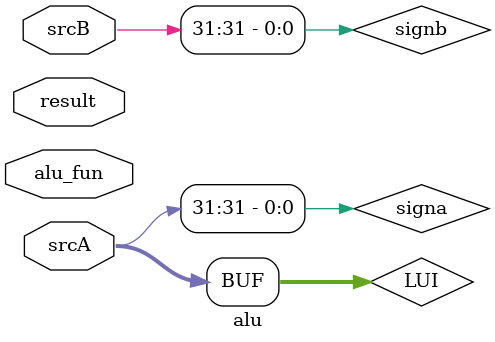
<source format=v>
`timescale 1ns / 1ps

module alu(
    input [31:0] srcA,
    input [31:0] srcB,
    input [3:0] alu_fun,
    input [31:0] result
    );
    
    //Set up internal wiring
    wire [31:0] ADD, SUB, OR, AND, XOR, SRL, SLL, SRA, SLT, SLTU, LUI;
    wire [31:0] neg_srcA, neg_srcB;
    wire slt, sltu, signa, signb, slta, sltb;
    reg [1:0] sel;
    
    //The output of the alu depends on the operation currently being performed 
    mux_16t1_nb  #(.n(32)) my_16t1_mux  (
           .SEL   (alu_fun), 
           .D0    (ADD), 
           .D1    (SLL), 
           .D2    (SLT), 
           .D3    (SLTU),
           .D4    (XOR),
           .D5    (SRL),
           .D6    (OR),
           .D7    (AND),
           .D8    (SUB), 
           .D9    (LUI), 
           .D10    (32'h00000000), 
           .D11    (32'h00000000),
           .D12    (32'h00000000),
           .D13    (SRA),
           .D14    (32'h00000000),
           .D15    (32'h00000000),
           .D_OUT (result) );
      
      //The output for the add operation     
      rca_nb #(.n(32)) MY_ADD (
             .a (srcA), 
             .b (srcB), 
             .cin (1'b0), 
             .sum (ADD), 
             .co ());
      
      //Negate both operands for later use       
      nb_twos_comp #(.n(32)) my_sign_changer1 (
            .a (srcA), 
            .a_min (neg_srcA));
      
      nb_twos_comp #(.n(32)) my_sign_changer (
           .a (srcB), 
           .a_min (neg_srcB));
      
      //The output for the subtraction operation     
      rca_nb #(.n(32)) MY_SUB (
            .a (srcA), 
            .b (neg_srcB), 
            .cin (1'b0), 
            .sum (SUB), 
            .co ());
       
       //The output for the OR operation     
       assign OR = srcA | srcB;
       //The output for the AND operation
       assign AND = srcA & srcB;
       //The output for the XOR operation
       assign XOR = (~srcA & srcB)|(srcA & ~srcB);
       //The output for the SRL operation
       assign SRL = srcA >> srcB;
       //The output for the SLL operation
       assign SLL = srcA << srcB;
       //The output for the SRA operation
       assign SRA = srcA >>> srcB;
       //The output for the LUI operation
       assign LUI = srcA;
       
       //Set up for the SLTU operation
       comp_nb #(.n(32)) MY_COMP (
             .a (srcA), 
             .b (srcB), 
             .eq (), 
             .gt (), 
             .lt (sltu));
       
       //The output for the SLTU operation      
       assign SLTU = 32'h00000000 + sltu;
       
       //Set up for the SLT
       assign signa = srcA[31];
       assign signb = srcB[31];
       
       comp_nb #(.n(32)) MY_COMP1 (
            .a (srcA), 
            .b (srcB), 
            .eq (), 
            .gt (), 
            .lt (slta));
                    
       comp_nb #(.n(32)) MY_COMP2 (
             .a (neg_srcA), 
             .b (neg_srcB), 
             .eq (), 
             .gt (sltb), 
             .lt ());
       
       
       mux_4t1_nb  #(.n(1)) my_4t1_mux  (
            .SEL   (sel), 
            .D0    (slta), 
            .D1    (sltb), 
            .D2    (1'b1), 
            .D3    (1'b0),
            .D_OUT (slt) );
       
       always @ (signa,signb)
           begin
              sel = 0;      
              if (~signa & ~signb )
                 sel = 0;   
              else if (signa & signb)     
                 sel = 1;
              else if (signa & ~signb)     
                 sel = 2;
              else if (~signa & signb)     
                 sel = 3;
              else
                 sel = 0; 
           end
       
       //The output for the SLT operation    
       assign SLT = 32'h00000000 + slt;
           
endmodule
</source>
